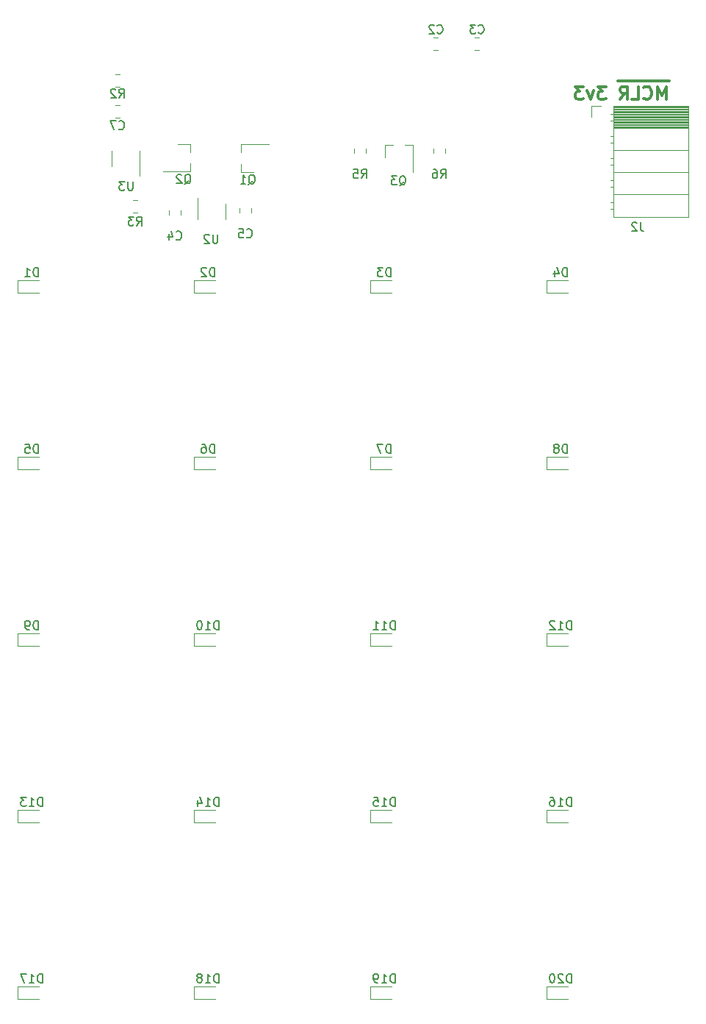
<source format=gbo>
G04 #@! TF.GenerationSoftware,KiCad,Pcbnew,5.1.5*
G04 #@! TF.CreationDate,2020-01-21T16:39:42-05:00*
G04 #@! TF.ProjectId,rpn_mxb,72706e5f-6d78-4622-9e6b-696361645f70,rev?*
G04 #@! TF.SameCoordinates,Original*
G04 #@! TF.FileFunction,Legend,Bot*
G04 #@! TF.FilePolarity,Positive*
%FSLAX46Y46*%
G04 Gerber Fmt 4.6, Leading zero omitted, Abs format (unit mm)*
G04 Created by KiCad (PCBNEW 5.1.5) date 2020-01-21 16:39:42*
%MOMM*%
%LPD*%
G04 APERTURE LIST*
%ADD10C,0.300000*%
%ADD11C,0.120000*%
%ADD12C,0.150000*%
G04 APERTURE END LIST*
D10*
X182446714Y-41202000D02*
X180732428Y-41202000D01*
X182089571Y-43350571D02*
X182089571Y-41850571D01*
X181589571Y-42922000D01*
X181089571Y-41850571D01*
X181089571Y-43350571D01*
X180732428Y-41202000D02*
X179232428Y-41202000D01*
X179518142Y-43207714D02*
X179589571Y-43279142D01*
X179803857Y-43350571D01*
X179946714Y-43350571D01*
X180161000Y-43279142D01*
X180303857Y-43136285D01*
X180375285Y-42993428D01*
X180446714Y-42707714D01*
X180446714Y-42493428D01*
X180375285Y-42207714D01*
X180303857Y-42064857D01*
X180161000Y-41922000D01*
X179946714Y-41850571D01*
X179803857Y-41850571D01*
X179589571Y-41922000D01*
X179518142Y-41993428D01*
X179232428Y-41202000D02*
X178018142Y-41202000D01*
X178161000Y-43350571D02*
X178875285Y-43350571D01*
X178875285Y-41850571D01*
X178018142Y-41202000D02*
X176518142Y-41202000D01*
X176803857Y-43350571D02*
X177303857Y-42636285D01*
X177661000Y-43350571D02*
X177661000Y-41850571D01*
X177089571Y-41850571D01*
X176946714Y-41922000D01*
X176875285Y-41993428D01*
X176803857Y-42136285D01*
X176803857Y-42350571D01*
X176875285Y-42493428D01*
X176946714Y-42564857D01*
X177089571Y-42636285D01*
X177661000Y-42636285D01*
X175161000Y-41850571D02*
X174232428Y-41850571D01*
X174732428Y-42422000D01*
X174518142Y-42422000D01*
X174375285Y-42493428D01*
X174303857Y-42564857D01*
X174232428Y-42707714D01*
X174232428Y-43064857D01*
X174303857Y-43207714D01*
X174375285Y-43279142D01*
X174518142Y-43350571D01*
X174946714Y-43350571D01*
X175089571Y-43279142D01*
X175161000Y-43207714D01*
X173732428Y-42350571D02*
X173375285Y-43350571D01*
X173018142Y-42350571D01*
X172589571Y-41850571D02*
X171661000Y-41850571D01*
X172161000Y-42422000D01*
X171946714Y-42422000D01*
X171803857Y-42493428D01*
X171732428Y-42564857D01*
X171661000Y-42707714D01*
X171661000Y-43064857D01*
X171732428Y-43207714D01*
X171803857Y-43279142D01*
X171946714Y-43350571D01*
X172375285Y-43350571D01*
X172518142Y-43279142D01*
X172589571Y-43207714D01*
D11*
X149738000Y-48540000D02*
X150668000Y-48540000D01*
X152898000Y-48540000D02*
X151968000Y-48540000D01*
X152898000Y-48540000D02*
X152898000Y-51700000D01*
X149738000Y-48540000D02*
X149738000Y-50000000D01*
X146102000Y-49546252D02*
X146102000Y-49023748D01*
X147522000Y-49546252D02*
X147522000Y-49023748D01*
X156666000Y-49528252D02*
X156666000Y-49005748D01*
X155246000Y-49528252D02*
X155246000Y-49005748D01*
X174599600Y-44059800D02*
X173489600Y-44059800D01*
X173489600Y-44059800D02*
X173489600Y-45389800D01*
X184689600Y-44059800D02*
X184689600Y-56879800D01*
X184689600Y-56879800D02*
X176059600Y-56879800D01*
X176059600Y-44059800D02*
X176059600Y-56879800D01*
X184689600Y-44059800D02*
X176059600Y-44059800D01*
X184689600Y-54279800D02*
X176059600Y-54279800D01*
X184689600Y-51739800D02*
X176059600Y-51739800D01*
X184689600Y-49199800D02*
X176059600Y-49199800D01*
X184689600Y-46659800D02*
X176059600Y-46659800D01*
X176059600Y-55909800D02*
X175649600Y-55909800D01*
X176059600Y-55189800D02*
X175649600Y-55189800D01*
X176059600Y-53369800D02*
X175649600Y-53369800D01*
X176059600Y-52649800D02*
X175649600Y-52649800D01*
X176059600Y-50829800D02*
X175649600Y-50829800D01*
X176059600Y-50109800D02*
X175649600Y-50109800D01*
X176059600Y-48289800D02*
X175649600Y-48289800D01*
X176059600Y-47569800D02*
X175649600Y-47569800D01*
X176059600Y-45749800D02*
X175709600Y-45749800D01*
X176059600Y-45029800D02*
X175709600Y-45029800D01*
X184689600Y-46541700D02*
X176059600Y-46541700D01*
X184689600Y-46423605D02*
X176059600Y-46423605D01*
X184689600Y-46305510D02*
X176059600Y-46305510D01*
X184689600Y-46187415D02*
X176059600Y-46187415D01*
X184689600Y-46069320D02*
X176059600Y-46069320D01*
X184689600Y-45951225D02*
X176059600Y-45951225D01*
X184689600Y-45833130D02*
X176059600Y-45833130D01*
X184689600Y-45715035D02*
X176059600Y-45715035D01*
X184689600Y-45596940D02*
X176059600Y-45596940D01*
X184689600Y-45478845D02*
X176059600Y-45478845D01*
X184689600Y-45360750D02*
X176059600Y-45360750D01*
X184689600Y-45242655D02*
X176059600Y-45242655D01*
X184689600Y-45124560D02*
X176059600Y-45124560D01*
X184689600Y-45006465D02*
X176059600Y-45006465D01*
X184689600Y-44888370D02*
X176059600Y-44888370D01*
X184689600Y-44770275D02*
X176059600Y-44770275D01*
X184689600Y-44652180D02*
X176059600Y-44652180D01*
X184689600Y-44534085D02*
X176059600Y-44534085D01*
X184689600Y-44415990D02*
X176059600Y-44415990D01*
X184689600Y-44297895D02*
X176059600Y-44297895D01*
X184689600Y-44179800D02*
X176059600Y-44179800D01*
X160048749Y-36241999D02*
X160571253Y-36241999D01*
X160048749Y-37661999D02*
X160571253Y-37661999D01*
X155298749Y-36241999D02*
X155821253Y-36241999D01*
X155298749Y-37661999D02*
X155821253Y-37661999D01*
X168291400Y-145416600D02*
X170751400Y-145416600D01*
X168291400Y-146886600D02*
X168291400Y-145416600D01*
X170751400Y-146886600D02*
X168291400Y-146886600D01*
X147971400Y-145416600D02*
X150431400Y-145416600D01*
X147971400Y-146886600D02*
X147971400Y-145416600D01*
X150431400Y-146886600D02*
X147971400Y-146886600D01*
X127651400Y-145416600D02*
X130111400Y-145416600D01*
X127651400Y-146886600D02*
X127651400Y-145416600D01*
X130111400Y-146886600D02*
X127651400Y-146886600D01*
X107331400Y-145416600D02*
X109791400Y-145416600D01*
X107331400Y-146886600D02*
X107331400Y-145416600D01*
X109791400Y-146886600D02*
X107331400Y-146886600D01*
X168291400Y-125096600D02*
X170751400Y-125096600D01*
X168291400Y-126566600D02*
X168291400Y-125096600D01*
X170751400Y-126566600D02*
X168291400Y-126566600D01*
X147971400Y-125096600D02*
X150431400Y-125096600D01*
X147971400Y-126566600D02*
X147971400Y-125096600D01*
X150431400Y-126566600D02*
X147971400Y-126566600D01*
X127651400Y-125096600D02*
X130111400Y-125096600D01*
X127651400Y-126566600D02*
X127651400Y-125096600D01*
X130111400Y-126566600D02*
X127651400Y-126566600D01*
X107331400Y-125096600D02*
X109791400Y-125096600D01*
X107331400Y-126566600D02*
X107331400Y-125096600D01*
X109791400Y-126566600D02*
X107331400Y-126566600D01*
X168291400Y-104776600D02*
X170751400Y-104776600D01*
X168291400Y-106246600D02*
X168291400Y-104776600D01*
X170751400Y-106246600D02*
X168291400Y-106246600D01*
X147971400Y-104776600D02*
X150431400Y-104776600D01*
X147971400Y-106246600D02*
X147971400Y-104776600D01*
X150431400Y-106246600D02*
X147971400Y-106246600D01*
X127651400Y-104776600D02*
X130111400Y-104776600D01*
X127651400Y-106246600D02*
X127651400Y-104776600D01*
X130111400Y-106246600D02*
X127651400Y-106246600D01*
X107331400Y-104776600D02*
X109791400Y-104776600D01*
X107331400Y-106246600D02*
X107331400Y-104776600D01*
X109791400Y-106246600D02*
X107331400Y-106246600D01*
X168291400Y-84456600D02*
X170751400Y-84456600D01*
X168291400Y-85926600D02*
X168291400Y-84456600D01*
X170751400Y-85926600D02*
X168291400Y-85926600D01*
X147971400Y-84456600D02*
X150431400Y-84456600D01*
X147971400Y-85926600D02*
X147971400Y-84456600D01*
X150431400Y-85926600D02*
X147971400Y-85926600D01*
X127651400Y-84456600D02*
X130111400Y-84456600D01*
X127651400Y-85926600D02*
X127651400Y-84456600D01*
X130111400Y-85926600D02*
X127651400Y-85926600D01*
X107331400Y-84456600D02*
X109791400Y-84456600D01*
X107331400Y-85926600D02*
X107331400Y-84456600D01*
X109791400Y-85926600D02*
X107331400Y-85926600D01*
X168291400Y-64136600D02*
X170751400Y-64136600D01*
X168291400Y-65606600D02*
X168291400Y-64136600D01*
X170751400Y-65606600D02*
X168291400Y-65606600D01*
X147971400Y-64136600D02*
X150431400Y-64136600D01*
X147971400Y-65606600D02*
X147971400Y-64136600D01*
X150431400Y-65606600D02*
X147971400Y-65606600D01*
X127651400Y-64136600D02*
X130111400Y-64136600D01*
X127651400Y-65606600D02*
X127651400Y-64136600D01*
X130111400Y-65606600D02*
X127651400Y-65606600D01*
X107331400Y-64136600D02*
X109791400Y-64136600D01*
X107331400Y-65606600D02*
X107331400Y-64136600D01*
X109791400Y-65606600D02*
X107331400Y-65606600D01*
X124766000Y-56117748D02*
X124766000Y-56640252D01*
X126186000Y-56117748D02*
X126186000Y-56640252D01*
X134314000Y-55863748D02*
X134314000Y-56386252D01*
X132894000Y-55863748D02*
X132894000Y-56386252D01*
X118601748Y-45414000D02*
X119124252Y-45414000D01*
X118601748Y-43994000D02*
X119124252Y-43994000D01*
X133122000Y-51684000D02*
X134582000Y-51684000D01*
X133122000Y-48524000D02*
X136282000Y-48524000D01*
X133122000Y-48524000D02*
X133122000Y-49454000D01*
X133122000Y-51684000D02*
X133122000Y-50754000D01*
X127252000Y-48458000D02*
X127252000Y-49388000D01*
X127252000Y-51618000D02*
X127252000Y-50688000D01*
X127252000Y-51618000D02*
X124092000Y-51618000D01*
X127252000Y-48458000D02*
X125792000Y-48458000D01*
X119124252Y-40438000D02*
X118601748Y-40438000D01*
X119124252Y-41858000D02*
X118601748Y-41858000D01*
X121174252Y-56336000D02*
X120651748Y-56336000D01*
X121174252Y-54916000D02*
X120651748Y-54916000D01*
X131338000Y-55314000D02*
X131338000Y-57114000D01*
X128118000Y-57114000D02*
X128118000Y-54664000D01*
X118212000Y-51018000D02*
X118212000Y-49218000D01*
X121432000Y-49218000D02*
X121432000Y-52168000D01*
D12*
X151352238Y-53252619D02*
X151447476Y-53205000D01*
X151542714Y-53109761D01*
X151685571Y-52966904D01*
X151780809Y-52919285D01*
X151876047Y-52919285D01*
X151828428Y-53157380D02*
X151923666Y-53109761D01*
X152018904Y-53014523D01*
X152066523Y-52824047D01*
X152066523Y-52490714D01*
X152018904Y-52300238D01*
X151923666Y-52205000D01*
X151828428Y-52157380D01*
X151637952Y-52157380D01*
X151542714Y-52205000D01*
X151447476Y-52300238D01*
X151399857Y-52490714D01*
X151399857Y-52824047D01*
X151447476Y-53014523D01*
X151542714Y-53109761D01*
X151637952Y-53157380D01*
X151828428Y-53157380D01*
X151066523Y-52157380D02*
X150447476Y-52157380D01*
X150780809Y-52538333D01*
X150637952Y-52538333D01*
X150542714Y-52585952D01*
X150495095Y-52633571D01*
X150447476Y-52728809D01*
X150447476Y-52966904D01*
X150495095Y-53062142D01*
X150542714Y-53109761D01*
X150637952Y-53157380D01*
X150923666Y-53157380D01*
X151018904Y-53109761D01*
X151066523Y-53062142D01*
X146978666Y-52395380D02*
X147312000Y-51919190D01*
X147550095Y-52395380D02*
X147550095Y-51395380D01*
X147169142Y-51395380D01*
X147073904Y-51443000D01*
X147026285Y-51490619D01*
X146978666Y-51585857D01*
X146978666Y-51728714D01*
X147026285Y-51823952D01*
X147073904Y-51871571D01*
X147169142Y-51919190D01*
X147550095Y-51919190D01*
X146073904Y-51395380D02*
X146550095Y-51395380D01*
X146597714Y-51871571D01*
X146550095Y-51823952D01*
X146454857Y-51776333D01*
X146216761Y-51776333D01*
X146121523Y-51823952D01*
X146073904Y-51871571D01*
X146026285Y-51966809D01*
X146026285Y-52204904D01*
X146073904Y-52300142D01*
X146121523Y-52347761D01*
X146216761Y-52395380D01*
X146454857Y-52395380D01*
X146550095Y-52347761D01*
X146597714Y-52300142D01*
X156122666Y-52395380D02*
X156456000Y-51919190D01*
X156694095Y-52395380D02*
X156694095Y-51395380D01*
X156313142Y-51395380D01*
X156217904Y-51443000D01*
X156170285Y-51490619D01*
X156122666Y-51585857D01*
X156122666Y-51728714D01*
X156170285Y-51823952D01*
X156217904Y-51871571D01*
X156313142Y-51919190D01*
X156694095Y-51919190D01*
X155265523Y-51395380D02*
X155456000Y-51395380D01*
X155551238Y-51443000D01*
X155598857Y-51490619D01*
X155694095Y-51633476D01*
X155741714Y-51823952D01*
X155741714Y-52204904D01*
X155694095Y-52300142D01*
X155646476Y-52347761D01*
X155551238Y-52395380D01*
X155360761Y-52395380D01*
X155265523Y-52347761D01*
X155217904Y-52300142D01*
X155170285Y-52204904D01*
X155170285Y-51966809D01*
X155217904Y-51871571D01*
X155265523Y-51823952D01*
X155360761Y-51776333D01*
X155551238Y-51776333D01*
X155646476Y-51823952D01*
X155694095Y-51871571D01*
X155741714Y-51966809D01*
X179149333Y-57491380D02*
X179149333Y-58205666D01*
X179196952Y-58348523D01*
X179292190Y-58443761D01*
X179435047Y-58491380D01*
X179530285Y-58491380D01*
X178720761Y-57586619D02*
X178673142Y-57539000D01*
X178577904Y-57491380D01*
X178339809Y-57491380D01*
X178244571Y-57539000D01*
X178196952Y-57586619D01*
X178149333Y-57681857D01*
X178149333Y-57777095D01*
X178196952Y-57919952D01*
X178768380Y-58491380D01*
X178149333Y-58491380D01*
X160476667Y-35663142D02*
X160524286Y-35710761D01*
X160667143Y-35758380D01*
X160762381Y-35758380D01*
X160905239Y-35710761D01*
X161000477Y-35615523D01*
X161048096Y-35520285D01*
X161095715Y-35329809D01*
X161095715Y-35186952D01*
X161048096Y-34996476D01*
X161000477Y-34901238D01*
X160905239Y-34806000D01*
X160762381Y-34758380D01*
X160667143Y-34758380D01*
X160524286Y-34806000D01*
X160476667Y-34853619D01*
X160143334Y-34758380D02*
X159524286Y-34758380D01*
X159857620Y-35139333D01*
X159714762Y-35139333D01*
X159619524Y-35186952D01*
X159571905Y-35234571D01*
X159524286Y-35329809D01*
X159524286Y-35567904D01*
X159571905Y-35663142D01*
X159619524Y-35710761D01*
X159714762Y-35758380D01*
X160000477Y-35758380D01*
X160095715Y-35710761D01*
X160143334Y-35663142D01*
X155726667Y-35663142D02*
X155774286Y-35710761D01*
X155917143Y-35758380D01*
X156012381Y-35758380D01*
X156155239Y-35710761D01*
X156250477Y-35615523D01*
X156298096Y-35520285D01*
X156345715Y-35329809D01*
X156345715Y-35186952D01*
X156298096Y-34996476D01*
X156250477Y-34901238D01*
X156155239Y-34806000D01*
X156012381Y-34758380D01*
X155917143Y-34758380D01*
X155774286Y-34806000D01*
X155726667Y-34853619D01*
X155345715Y-34853619D02*
X155298096Y-34806000D01*
X155202858Y-34758380D01*
X154964762Y-34758380D01*
X154869524Y-34806000D01*
X154821905Y-34853619D01*
X154774286Y-34948857D01*
X154774286Y-35044095D01*
X154821905Y-35186952D01*
X155393334Y-35758380D01*
X154774286Y-35758380D01*
X171165685Y-144985980D02*
X171165685Y-143985980D01*
X170927590Y-143985980D01*
X170784733Y-144033600D01*
X170689495Y-144128838D01*
X170641876Y-144224076D01*
X170594257Y-144414552D01*
X170594257Y-144557409D01*
X170641876Y-144747885D01*
X170689495Y-144843123D01*
X170784733Y-144938361D01*
X170927590Y-144985980D01*
X171165685Y-144985980D01*
X170213304Y-144081219D02*
X170165685Y-144033600D01*
X170070447Y-143985980D01*
X169832352Y-143985980D01*
X169737114Y-144033600D01*
X169689495Y-144081219D01*
X169641876Y-144176457D01*
X169641876Y-144271695D01*
X169689495Y-144414552D01*
X170260923Y-144985980D01*
X169641876Y-144985980D01*
X169022828Y-143985980D02*
X168927590Y-143985980D01*
X168832352Y-144033600D01*
X168784733Y-144081219D01*
X168737114Y-144176457D01*
X168689495Y-144366933D01*
X168689495Y-144605028D01*
X168737114Y-144795504D01*
X168784733Y-144890742D01*
X168832352Y-144938361D01*
X168927590Y-144985980D01*
X169022828Y-144985980D01*
X169118066Y-144938361D01*
X169165685Y-144890742D01*
X169213304Y-144795504D01*
X169260923Y-144605028D01*
X169260923Y-144366933D01*
X169213304Y-144176457D01*
X169165685Y-144081219D01*
X169118066Y-144033600D01*
X169022828Y-143985980D01*
X150845685Y-144985980D02*
X150845685Y-143985980D01*
X150607590Y-143985980D01*
X150464733Y-144033600D01*
X150369495Y-144128838D01*
X150321876Y-144224076D01*
X150274257Y-144414552D01*
X150274257Y-144557409D01*
X150321876Y-144747885D01*
X150369495Y-144843123D01*
X150464733Y-144938361D01*
X150607590Y-144985980D01*
X150845685Y-144985980D01*
X149321876Y-144985980D02*
X149893304Y-144985980D01*
X149607590Y-144985980D02*
X149607590Y-143985980D01*
X149702828Y-144128838D01*
X149798066Y-144224076D01*
X149893304Y-144271695D01*
X148845685Y-144985980D02*
X148655209Y-144985980D01*
X148559971Y-144938361D01*
X148512352Y-144890742D01*
X148417114Y-144747885D01*
X148369495Y-144557409D01*
X148369495Y-144176457D01*
X148417114Y-144081219D01*
X148464733Y-144033600D01*
X148559971Y-143985980D01*
X148750447Y-143985980D01*
X148845685Y-144033600D01*
X148893304Y-144081219D01*
X148940923Y-144176457D01*
X148940923Y-144414552D01*
X148893304Y-144509790D01*
X148845685Y-144557409D01*
X148750447Y-144605028D01*
X148559971Y-144605028D01*
X148464733Y-144557409D01*
X148417114Y-144509790D01*
X148369495Y-144414552D01*
X130525685Y-144985980D02*
X130525685Y-143985980D01*
X130287590Y-143985980D01*
X130144733Y-144033600D01*
X130049495Y-144128838D01*
X130001876Y-144224076D01*
X129954257Y-144414552D01*
X129954257Y-144557409D01*
X130001876Y-144747885D01*
X130049495Y-144843123D01*
X130144733Y-144938361D01*
X130287590Y-144985980D01*
X130525685Y-144985980D01*
X129001876Y-144985980D02*
X129573304Y-144985980D01*
X129287590Y-144985980D02*
X129287590Y-143985980D01*
X129382828Y-144128838D01*
X129478066Y-144224076D01*
X129573304Y-144271695D01*
X128430447Y-144414552D02*
X128525685Y-144366933D01*
X128573304Y-144319314D01*
X128620923Y-144224076D01*
X128620923Y-144176457D01*
X128573304Y-144081219D01*
X128525685Y-144033600D01*
X128430447Y-143985980D01*
X128239971Y-143985980D01*
X128144733Y-144033600D01*
X128097114Y-144081219D01*
X128049495Y-144176457D01*
X128049495Y-144224076D01*
X128097114Y-144319314D01*
X128144733Y-144366933D01*
X128239971Y-144414552D01*
X128430447Y-144414552D01*
X128525685Y-144462171D01*
X128573304Y-144509790D01*
X128620923Y-144605028D01*
X128620923Y-144795504D01*
X128573304Y-144890742D01*
X128525685Y-144938361D01*
X128430447Y-144985980D01*
X128239971Y-144985980D01*
X128144733Y-144938361D01*
X128097114Y-144890742D01*
X128049495Y-144795504D01*
X128049495Y-144605028D01*
X128097114Y-144509790D01*
X128144733Y-144462171D01*
X128239971Y-144414552D01*
X110205685Y-144985980D02*
X110205685Y-143985980D01*
X109967590Y-143985980D01*
X109824733Y-144033600D01*
X109729495Y-144128838D01*
X109681876Y-144224076D01*
X109634257Y-144414552D01*
X109634257Y-144557409D01*
X109681876Y-144747885D01*
X109729495Y-144843123D01*
X109824733Y-144938361D01*
X109967590Y-144985980D01*
X110205685Y-144985980D01*
X108681876Y-144985980D02*
X109253304Y-144985980D01*
X108967590Y-144985980D02*
X108967590Y-143985980D01*
X109062828Y-144128838D01*
X109158066Y-144224076D01*
X109253304Y-144271695D01*
X108348542Y-143985980D02*
X107681876Y-143985980D01*
X108110447Y-144985980D01*
X171165685Y-124665980D02*
X171165685Y-123665980D01*
X170927590Y-123665980D01*
X170784733Y-123713600D01*
X170689495Y-123808838D01*
X170641876Y-123904076D01*
X170594257Y-124094552D01*
X170594257Y-124237409D01*
X170641876Y-124427885D01*
X170689495Y-124523123D01*
X170784733Y-124618361D01*
X170927590Y-124665980D01*
X171165685Y-124665980D01*
X169641876Y-124665980D02*
X170213304Y-124665980D01*
X169927590Y-124665980D02*
X169927590Y-123665980D01*
X170022828Y-123808838D01*
X170118066Y-123904076D01*
X170213304Y-123951695D01*
X168784733Y-123665980D02*
X168975209Y-123665980D01*
X169070447Y-123713600D01*
X169118066Y-123761219D01*
X169213304Y-123904076D01*
X169260923Y-124094552D01*
X169260923Y-124475504D01*
X169213304Y-124570742D01*
X169165685Y-124618361D01*
X169070447Y-124665980D01*
X168879971Y-124665980D01*
X168784733Y-124618361D01*
X168737114Y-124570742D01*
X168689495Y-124475504D01*
X168689495Y-124237409D01*
X168737114Y-124142171D01*
X168784733Y-124094552D01*
X168879971Y-124046933D01*
X169070447Y-124046933D01*
X169165685Y-124094552D01*
X169213304Y-124142171D01*
X169260923Y-124237409D01*
X150845685Y-124665980D02*
X150845685Y-123665980D01*
X150607590Y-123665980D01*
X150464733Y-123713600D01*
X150369495Y-123808838D01*
X150321876Y-123904076D01*
X150274257Y-124094552D01*
X150274257Y-124237409D01*
X150321876Y-124427885D01*
X150369495Y-124523123D01*
X150464733Y-124618361D01*
X150607590Y-124665980D01*
X150845685Y-124665980D01*
X149321876Y-124665980D02*
X149893304Y-124665980D01*
X149607590Y-124665980D02*
X149607590Y-123665980D01*
X149702828Y-123808838D01*
X149798066Y-123904076D01*
X149893304Y-123951695D01*
X148417114Y-123665980D02*
X148893304Y-123665980D01*
X148940923Y-124142171D01*
X148893304Y-124094552D01*
X148798066Y-124046933D01*
X148559971Y-124046933D01*
X148464733Y-124094552D01*
X148417114Y-124142171D01*
X148369495Y-124237409D01*
X148369495Y-124475504D01*
X148417114Y-124570742D01*
X148464733Y-124618361D01*
X148559971Y-124665980D01*
X148798066Y-124665980D01*
X148893304Y-124618361D01*
X148940923Y-124570742D01*
X130525685Y-124665980D02*
X130525685Y-123665980D01*
X130287590Y-123665980D01*
X130144733Y-123713600D01*
X130049495Y-123808838D01*
X130001876Y-123904076D01*
X129954257Y-124094552D01*
X129954257Y-124237409D01*
X130001876Y-124427885D01*
X130049495Y-124523123D01*
X130144733Y-124618361D01*
X130287590Y-124665980D01*
X130525685Y-124665980D01*
X129001876Y-124665980D02*
X129573304Y-124665980D01*
X129287590Y-124665980D02*
X129287590Y-123665980D01*
X129382828Y-123808838D01*
X129478066Y-123904076D01*
X129573304Y-123951695D01*
X128144733Y-123999314D02*
X128144733Y-124665980D01*
X128382828Y-123618361D02*
X128620923Y-124332647D01*
X128001876Y-124332647D01*
X110205685Y-124665980D02*
X110205685Y-123665980D01*
X109967590Y-123665980D01*
X109824733Y-123713600D01*
X109729495Y-123808838D01*
X109681876Y-123904076D01*
X109634257Y-124094552D01*
X109634257Y-124237409D01*
X109681876Y-124427885D01*
X109729495Y-124523123D01*
X109824733Y-124618361D01*
X109967590Y-124665980D01*
X110205685Y-124665980D01*
X108681876Y-124665980D02*
X109253304Y-124665980D01*
X108967590Y-124665980D02*
X108967590Y-123665980D01*
X109062828Y-123808838D01*
X109158066Y-123904076D01*
X109253304Y-123951695D01*
X108348542Y-123665980D02*
X107729495Y-123665980D01*
X108062828Y-124046933D01*
X107919971Y-124046933D01*
X107824733Y-124094552D01*
X107777114Y-124142171D01*
X107729495Y-124237409D01*
X107729495Y-124475504D01*
X107777114Y-124570742D01*
X107824733Y-124618361D01*
X107919971Y-124665980D01*
X108205685Y-124665980D01*
X108300923Y-124618361D01*
X108348542Y-124570742D01*
X171165685Y-104345980D02*
X171165685Y-103345980D01*
X170927590Y-103345980D01*
X170784733Y-103393600D01*
X170689495Y-103488838D01*
X170641876Y-103584076D01*
X170594257Y-103774552D01*
X170594257Y-103917409D01*
X170641876Y-104107885D01*
X170689495Y-104203123D01*
X170784733Y-104298361D01*
X170927590Y-104345980D01*
X171165685Y-104345980D01*
X169641876Y-104345980D02*
X170213304Y-104345980D01*
X169927590Y-104345980D02*
X169927590Y-103345980D01*
X170022828Y-103488838D01*
X170118066Y-103584076D01*
X170213304Y-103631695D01*
X169260923Y-103441219D02*
X169213304Y-103393600D01*
X169118066Y-103345980D01*
X168879971Y-103345980D01*
X168784733Y-103393600D01*
X168737114Y-103441219D01*
X168689495Y-103536457D01*
X168689495Y-103631695D01*
X168737114Y-103774552D01*
X169308542Y-104345980D01*
X168689495Y-104345980D01*
X150845685Y-104345980D02*
X150845685Y-103345980D01*
X150607590Y-103345980D01*
X150464733Y-103393600D01*
X150369495Y-103488838D01*
X150321876Y-103584076D01*
X150274257Y-103774552D01*
X150274257Y-103917409D01*
X150321876Y-104107885D01*
X150369495Y-104203123D01*
X150464733Y-104298361D01*
X150607590Y-104345980D01*
X150845685Y-104345980D01*
X149321876Y-104345980D02*
X149893304Y-104345980D01*
X149607590Y-104345980D02*
X149607590Y-103345980D01*
X149702828Y-103488838D01*
X149798066Y-103584076D01*
X149893304Y-103631695D01*
X148369495Y-104345980D02*
X148940923Y-104345980D01*
X148655209Y-104345980D02*
X148655209Y-103345980D01*
X148750447Y-103488838D01*
X148845685Y-103584076D01*
X148940923Y-103631695D01*
X130525685Y-104345980D02*
X130525685Y-103345980D01*
X130287590Y-103345980D01*
X130144733Y-103393600D01*
X130049495Y-103488838D01*
X130001876Y-103584076D01*
X129954257Y-103774552D01*
X129954257Y-103917409D01*
X130001876Y-104107885D01*
X130049495Y-104203123D01*
X130144733Y-104298361D01*
X130287590Y-104345980D01*
X130525685Y-104345980D01*
X129001876Y-104345980D02*
X129573304Y-104345980D01*
X129287590Y-104345980D02*
X129287590Y-103345980D01*
X129382828Y-103488838D01*
X129478066Y-103584076D01*
X129573304Y-103631695D01*
X128382828Y-103345980D02*
X128287590Y-103345980D01*
X128192352Y-103393600D01*
X128144733Y-103441219D01*
X128097114Y-103536457D01*
X128049495Y-103726933D01*
X128049495Y-103965028D01*
X128097114Y-104155504D01*
X128144733Y-104250742D01*
X128192352Y-104298361D01*
X128287590Y-104345980D01*
X128382828Y-104345980D01*
X128478066Y-104298361D01*
X128525685Y-104250742D01*
X128573304Y-104155504D01*
X128620923Y-103965028D01*
X128620923Y-103726933D01*
X128573304Y-103536457D01*
X128525685Y-103441219D01*
X128478066Y-103393600D01*
X128382828Y-103345980D01*
X109729495Y-104345980D02*
X109729495Y-103345980D01*
X109491400Y-103345980D01*
X109348542Y-103393600D01*
X109253304Y-103488838D01*
X109205685Y-103584076D01*
X109158066Y-103774552D01*
X109158066Y-103917409D01*
X109205685Y-104107885D01*
X109253304Y-104203123D01*
X109348542Y-104298361D01*
X109491400Y-104345980D01*
X109729495Y-104345980D01*
X108681876Y-104345980D02*
X108491400Y-104345980D01*
X108396161Y-104298361D01*
X108348542Y-104250742D01*
X108253304Y-104107885D01*
X108205685Y-103917409D01*
X108205685Y-103536457D01*
X108253304Y-103441219D01*
X108300923Y-103393600D01*
X108396161Y-103345980D01*
X108586638Y-103345980D01*
X108681876Y-103393600D01*
X108729495Y-103441219D01*
X108777114Y-103536457D01*
X108777114Y-103774552D01*
X108729495Y-103869790D01*
X108681876Y-103917409D01*
X108586638Y-103965028D01*
X108396161Y-103965028D01*
X108300923Y-103917409D01*
X108253304Y-103869790D01*
X108205685Y-103774552D01*
X170689495Y-84025980D02*
X170689495Y-83025980D01*
X170451400Y-83025980D01*
X170308542Y-83073600D01*
X170213304Y-83168838D01*
X170165685Y-83264076D01*
X170118066Y-83454552D01*
X170118066Y-83597409D01*
X170165685Y-83787885D01*
X170213304Y-83883123D01*
X170308542Y-83978361D01*
X170451400Y-84025980D01*
X170689495Y-84025980D01*
X169546638Y-83454552D02*
X169641876Y-83406933D01*
X169689495Y-83359314D01*
X169737114Y-83264076D01*
X169737114Y-83216457D01*
X169689495Y-83121219D01*
X169641876Y-83073600D01*
X169546638Y-83025980D01*
X169356161Y-83025980D01*
X169260923Y-83073600D01*
X169213304Y-83121219D01*
X169165685Y-83216457D01*
X169165685Y-83264076D01*
X169213304Y-83359314D01*
X169260923Y-83406933D01*
X169356161Y-83454552D01*
X169546638Y-83454552D01*
X169641876Y-83502171D01*
X169689495Y-83549790D01*
X169737114Y-83645028D01*
X169737114Y-83835504D01*
X169689495Y-83930742D01*
X169641876Y-83978361D01*
X169546638Y-84025980D01*
X169356161Y-84025980D01*
X169260923Y-83978361D01*
X169213304Y-83930742D01*
X169165685Y-83835504D01*
X169165685Y-83645028D01*
X169213304Y-83549790D01*
X169260923Y-83502171D01*
X169356161Y-83454552D01*
X150369495Y-84025980D02*
X150369495Y-83025980D01*
X150131400Y-83025980D01*
X149988542Y-83073600D01*
X149893304Y-83168838D01*
X149845685Y-83264076D01*
X149798066Y-83454552D01*
X149798066Y-83597409D01*
X149845685Y-83787885D01*
X149893304Y-83883123D01*
X149988542Y-83978361D01*
X150131400Y-84025980D01*
X150369495Y-84025980D01*
X149464733Y-83025980D02*
X148798066Y-83025980D01*
X149226638Y-84025980D01*
X130049495Y-84025980D02*
X130049495Y-83025980D01*
X129811400Y-83025980D01*
X129668542Y-83073600D01*
X129573304Y-83168838D01*
X129525685Y-83264076D01*
X129478066Y-83454552D01*
X129478066Y-83597409D01*
X129525685Y-83787885D01*
X129573304Y-83883123D01*
X129668542Y-83978361D01*
X129811400Y-84025980D01*
X130049495Y-84025980D01*
X128620923Y-83025980D02*
X128811400Y-83025980D01*
X128906638Y-83073600D01*
X128954257Y-83121219D01*
X129049495Y-83264076D01*
X129097114Y-83454552D01*
X129097114Y-83835504D01*
X129049495Y-83930742D01*
X129001876Y-83978361D01*
X128906638Y-84025980D01*
X128716161Y-84025980D01*
X128620923Y-83978361D01*
X128573304Y-83930742D01*
X128525685Y-83835504D01*
X128525685Y-83597409D01*
X128573304Y-83502171D01*
X128620923Y-83454552D01*
X128716161Y-83406933D01*
X128906638Y-83406933D01*
X129001876Y-83454552D01*
X129049495Y-83502171D01*
X129097114Y-83597409D01*
X109729495Y-84025980D02*
X109729495Y-83025980D01*
X109491400Y-83025980D01*
X109348542Y-83073600D01*
X109253304Y-83168838D01*
X109205685Y-83264076D01*
X109158066Y-83454552D01*
X109158066Y-83597409D01*
X109205685Y-83787885D01*
X109253304Y-83883123D01*
X109348542Y-83978361D01*
X109491400Y-84025980D01*
X109729495Y-84025980D01*
X108253304Y-83025980D02*
X108729495Y-83025980D01*
X108777114Y-83502171D01*
X108729495Y-83454552D01*
X108634257Y-83406933D01*
X108396161Y-83406933D01*
X108300923Y-83454552D01*
X108253304Y-83502171D01*
X108205685Y-83597409D01*
X108205685Y-83835504D01*
X108253304Y-83930742D01*
X108300923Y-83978361D01*
X108396161Y-84025980D01*
X108634257Y-84025980D01*
X108729495Y-83978361D01*
X108777114Y-83930742D01*
X170689495Y-63705980D02*
X170689495Y-62705980D01*
X170451400Y-62705980D01*
X170308542Y-62753600D01*
X170213304Y-62848838D01*
X170165685Y-62944076D01*
X170118066Y-63134552D01*
X170118066Y-63277409D01*
X170165685Y-63467885D01*
X170213304Y-63563123D01*
X170308542Y-63658361D01*
X170451400Y-63705980D01*
X170689495Y-63705980D01*
X169260923Y-63039314D02*
X169260923Y-63705980D01*
X169499019Y-62658361D02*
X169737114Y-63372647D01*
X169118066Y-63372647D01*
X150369495Y-63705980D02*
X150369495Y-62705980D01*
X150131400Y-62705980D01*
X149988542Y-62753600D01*
X149893304Y-62848838D01*
X149845685Y-62944076D01*
X149798066Y-63134552D01*
X149798066Y-63277409D01*
X149845685Y-63467885D01*
X149893304Y-63563123D01*
X149988542Y-63658361D01*
X150131400Y-63705980D01*
X150369495Y-63705980D01*
X149464733Y-62705980D02*
X148845685Y-62705980D01*
X149179019Y-63086933D01*
X149036161Y-63086933D01*
X148940923Y-63134552D01*
X148893304Y-63182171D01*
X148845685Y-63277409D01*
X148845685Y-63515504D01*
X148893304Y-63610742D01*
X148940923Y-63658361D01*
X149036161Y-63705980D01*
X149321876Y-63705980D01*
X149417114Y-63658361D01*
X149464733Y-63610742D01*
X130049495Y-63705980D02*
X130049495Y-62705980D01*
X129811400Y-62705980D01*
X129668542Y-62753600D01*
X129573304Y-62848838D01*
X129525685Y-62944076D01*
X129478066Y-63134552D01*
X129478066Y-63277409D01*
X129525685Y-63467885D01*
X129573304Y-63563123D01*
X129668542Y-63658361D01*
X129811400Y-63705980D01*
X130049495Y-63705980D01*
X129097114Y-62801219D02*
X129049495Y-62753600D01*
X128954257Y-62705980D01*
X128716161Y-62705980D01*
X128620923Y-62753600D01*
X128573304Y-62801219D01*
X128525685Y-62896457D01*
X128525685Y-62991695D01*
X128573304Y-63134552D01*
X129144733Y-63705980D01*
X128525685Y-63705980D01*
X109729495Y-63705980D02*
X109729495Y-62705980D01*
X109491400Y-62705980D01*
X109348542Y-62753600D01*
X109253304Y-62848838D01*
X109205685Y-62944076D01*
X109158066Y-63134552D01*
X109158066Y-63277409D01*
X109205685Y-63467885D01*
X109253304Y-63563123D01*
X109348542Y-63658361D01*
X109491400Y-63705980D01*
X109729495Y-63705980D01*
X108205685Y-63705980D02*
X108777114Y-63705980D01*
X108491400Y-63705980D02*
X108491400Y-62705980D01*
X108586638Y-62848838D01*
X108681876Y-62944076D01*
X108777114Y-62991695D01*
X125642666Y-59412142D02*
X125690285Y-59459761D01*
X125833142Y-59507380D01*
X125928380Y-59507380D01*
X126071238Y-59459761D01*
X126166476Y-59364523D01*
X126214095Y-59269285D01*
X126261714Y-59078809D01*
X126261714Y-58935952D01*
X126214095Y-58745476D01*
X126166476Y-58650238D01*
X126071238Y-58555000D01*
X125928380Y-58507380D01*
X125833142Y-58507380D01*
X125690285Y-58555000D01*
X125642666Y-58602619D01*
X124785523Y-58840714D02*
X124785523Y-59507380D01*
X125023619Y-58459761D02*
X125261714Y-59174047D01*
X124642666Y-59174047D01*
X133770666Y-59158142D02*
X133818285Y-59205761D01*
X133961142Y-59253380D01*
X134056380Y-59253380D01*
X134199238Y-59205761D01*
X134294476Y-59110523D01*
X134342095Y-59015285D01*
X134389714Y-58824809D01*
X134389714Y-58681952D01*
X134342095Y-58491476D01*
X134294476Y-58396238D01*
X134199238Y-58301000D01*
X134056380Y-58253380D01*
X133961142Y-58253380D01*
X133818285Y-58301000D01*
X133770666Y-58348619D01*
X132865904Y-58253380D02*
X133342095Y-58253380D01*
X133389714Y-58729571D01*
X133342095Y-58681952D01*
X133246857Y-58634333D01*
X133008761Y-58634333D01*
X132913523Y-58681952D01*
X132865904Y-58729571D01*
X132818285Y-58824809D01*
X132818285Y-59062904D01*
X132865904Y-59158142D01*
X132913523Y-59205761D01*
X133008761Y-59253380D01*
X133246857Y-59253380D01*
X133342095Y-59205761D01*
X133389714Y-59158142D01*
X119029666Y-46711142D02*
X119077285Y-46758761D01*
X119220142Y-46806380D01*
X119315380Y-46806380D01*
X119458238Y-46758761D01*
X119553476Y-46663523D01*
X119601095Y-46568285D01*
X119648714Y-46377809D01*
X119648714Y-46234952D01*
X119601095Y-46044476D01*
X119553476Y-45949238D01*
X119458238Y-45854000D01*
X119315380Y-45806380D01*
X119220142Y-45806380D01*
X119077285Y-45854000D01*
X119029666Y-45901619D01*
X118696333Y-45806380D02*
X118029666Y-45806380D01*
X118458238Y-46806380D01*
X133977238Y-53125619D02*
X134072476Y-53078000D01*
X134167714Y-52982761D01*
X134310571Y-52839904D01*
X134405809Y-52792285D01*
X134501047Y-52792285D01*
X134453428Y-53030380D02*
X134548666Y-52982761D01*
X134643904Y-52887523D01*
X134691523Y-52697047D01*
X134691523Y-52363714D01*
X134643904Y-52173238D01*
X134548666Y-52078000D01*
X134453428Y-52030380D01*
X134262952Y-52030380D01*
X134167714Y-52078000D01*
X134072476Y-52173238D01*
X134024857Y-52363714D01*
X134024857Y-52697047D01*
X134072476Y-52887523D01*
X134167714Y-52982761D01*
X134262952Y-53030380D01*
X134453428Y-53030380D01*
X133072476Y-53030380D02*
X133643904Y-53030380D01*
X133358190Y-53030380D02*
X133358190Y-52030380D01*
X133453428Y-52173238D01*
X133548666Y-52268476D01*
X133643904Y-52316095D01*
X126587238Y-53085619D02*
X126682476Y-53038000D01*
X126777714Y-52942761D01*
X126920571Y-52799904D01*
X127015809Y-52752285D01*
X127111047Y-52752285D01*
X127063428Y-52990380D02*
X127158666Y-52942761D01*
X127253904Y-52847523D01*
X127301523Y-52657047D01*
X127301523Y-52323714D01*
X127253904Y-52133238D01*
X127158666Y-52038000D01*
X127063428Y-51990380D01*
X126872952Y-51990380D01*
X126777714Y-52038000D01*
X126682476Y-52133238D01*
X126634857Y-52323714D01*
X126634857Y-52657047D01*
X126682476Y-52847523D01*
X126777714Y-52942761D01*
X126872952Y-52990380D01*
X127063428Y-52990380D01*
X126253904Y-52085619D02*
X126206285Y-52038000D01*
X126111047Y-51990380D01*
X125872952Y-51990380D01*
X125777714Y-52038000D01*
X125730095Y-52085619D01*
X125682476Y-52180857D01*
X125682476Y-52276095D01*
X125730095Y-52418952D01*
X126301523Y-52990380D01*
X125682476Y-52990380D01*
X119038666Y-43124380D02*
X119372000Y-42648190D01*
X119610095Y-43124380D02*
X119610095Y-42124380D01*
X119229142Y-42124380D01*
X119133904Y-42172000D01*
X119086285Y-42219619D01*
X119038666Y-42314857D01*
X119038666Y-42457714D01*
X119086285Y-42552952D01*
X119133904Y-42600571D01*
X119229142Y-42648190D01*
X119610095Y-42648190D01*
X118657714Y-42219619D02*
X118610095Y-42172000D01*
X118514857Y-42124380D01*
X118276761Y-42124380D01*
X118181523Y-42172000D01*
X118133904Y-42219619D01*
X118086285Y-42314857D01*
X118086285Y-42410095D01*
X118133904Y-42552952D01*
X118705333Y-43124380D01*
X118086285Y-43124380D01*
X121070666Y-57856380D02*
X121404000Y-57380190D01*
X121642095Y-57856380D02*
X121642095Y-56856380D01*
X121261142Y-56856380D01*
X121165904Y-56904000D01*
X121118285Y-56951619D01*
X121070666Y-57046857D01*
X121070666Y-57189714D01*
X121118285Y-57284952D01*
X121165904Y-57332571D01*
X121261142Y-57380190D01*
X121642095Y-57380190D01*
X120737333Y-56856380D02*
X120118285Y-56856380D01*
X120451619Y-57237333D01*
X120308761Y-57237333D01*
X120213523Y-57284952D01*
X120165904Y-57332571D01*
X120118285Y-57427809D01*
X120118285Y-57665904D01*
X120165904Y-57761142D01*
X120213523Y-57808761D01*
X120308761Y-57856380D01*
X120594476Y-57856380D01*
X120689714Y-57808761D01*
X120737333Y-57761142D01*
X130428904Y-58888380D02*
X130428904Y-59697904D01*
X130381285Y-59793142D01*
X130333666Y-59840761D01*
X130238428Y-59888380D01*
X130047952Y-59888380D01*
X129952714Y-59840761D01*
X129905095Y-59793142D01*
X129857476Y-59697904D01*
X129857476Y-58888380D01*
X129428904Y-58983619D02*
X129381285Y-58936000D01*
X129286047Y-58888380D01*
X129047952Y-58888380D01*
X128952714Y-58936000D01*
X128905095Y-58983619D01*
X128857476Y-59078857D01*
X128857476Y-59174095D01*
X128905095Y-59316952D01*
X129476523Y-59888380D01*
X128857476Y-59888380D01*
X120649904Y-52792380D02*
X120649904Y-53601904D01*
X120602285Y-53697142D01*
X120554666Y-53744761D01*
X120459428Y-53792380D01*
X120268952Y-53792380D01*
X120173714Y-53744761D01*
X120126095Y-53697142D01*
X120078476Y-53601904D01*
X120078476Y-52792380D01*
X119697523Y-52792380D02*
X119078476Y-52792380D01*
X119411809Y-53173333D01*
X119268952Y-53173333D01*
X119173714Y-53220952D01*
X119126095Y-53268571D01*
X119078476Y-53363809D01*
X119078476Y-53601904D01*
X119126095Y-53697142D01*
X119173714Y-53744761D01*
X119268952Y-53792380D01*
X119554666Y-53792380D01*
X119649904Y-53744761D01*
X119697523Y-53697142D01*
M02*

</source>
